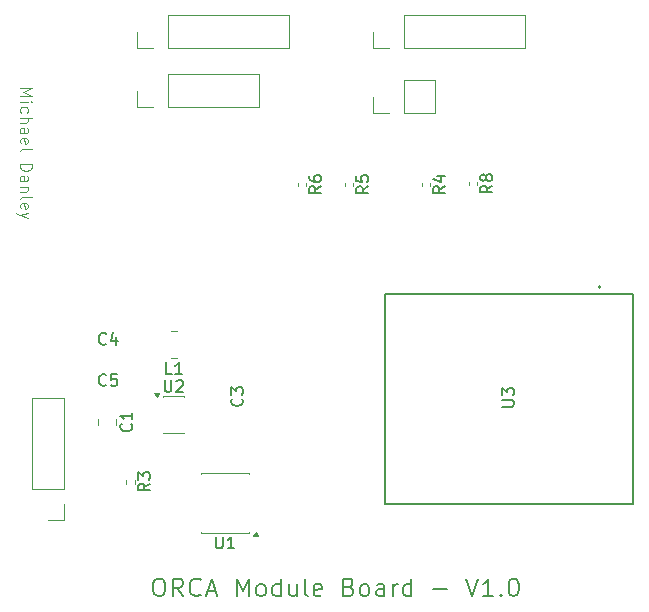
<source format=gbr>
%TF.GenerationSoftware,KiCad,Pcbnew,9.0.5*%
%TF.CreationDate,2025-10-11T13:35:54-04:00*%
%TF.ProjectId,EGR 101,45475220-3130-4312-9e6b-696361645f70,rev?*%
%TF.SameCoordinates,Original*%
%TF.FileFunction,Legend,Top*%
%TF.FilePolarity,Positive*%
%FSLAX46Y46*%
G04 Gerber Fmt 4.6, Leading zero omitted, Abs format (unit mm)*
G04 Created by KiCad (PCBNEW 9.0.5) date 2025-10-11 13:35:54*
%MOMM*%
%LPD*%
G01*
G04 APERTURE LIST*
%ADD10C,0.100000*%
%ADD11C,0.200000*%
%ADD12C,0.150000*%
%ADD13C,0.127000*%
%ADD14C,0.120000*%
G04 APERTURE END LIST*
D10*
X154127580Y-61303884D02*
X155127580Y-61303884D01*
X155127580Y-61303884D02*
X154413295Y-61637217D01*
X154413295Y-61637217D02*
X155127580Y-61970550D01*
X155127580Y-61970550D02*
X154127580Y-61970550D01*
X154127580Y-62446741D02*
X154794247Y-62446741D01*
X155127580Y-62446741D02*
X155079961Y-62399122D01*
X155079961Y-62399122D02*
X155032342Y-62446741D01*
X155032342Y-62446741D02*
X155079961Y-62494360D01*
X155079961Y-62494360D02*
X155127580Y-62446741D01*
X155127580Y-62446741D02*
X155032342Y-62446741D01*
X154175200Y-63351502D02*
X154127580Y-63256264D01*
X154127580Y-63256264D02*
X154127580Y-63065788D01*
X154127580Y-63065788D02*
X154175200Y-62970550D01*
X154175200Y-62970550D02*
X154222819Y-62922931D01*
X154222819Y-62922931D02*
X154318057Y-62875312D01*
X154318057Y-62875312D02*
X154603771Y-62875312D01*
X154603771Y-62875312D02*
X154699009Y-62922931D01*
X154699009Y-62922931D02*
X154746628Y-62970550D01*
X154746628Y-62970550D02*
X154794247Y-63065788D01*
X154794247Y-63065788D02*
X154794247Y-63256264D01*
X154794247Y-63256264D02*
X154746628Y-63351502D01*
X154127580Y-63780074D02*
X155127580Y-63780074D01*
X154127580Y-64208645D02*
X154651390Y-64208645D01*
X154651390Y-64208645D02*
X154746628Y-64161026D01*
X154746628Y-64161026D02*
X154794247Y-64065788D01*
X154794247Y-64065788D02*
X154794247Y-63922931D01*
X154794247Y-63922931D02*
X154746628Y-63827693D01*
X154746628Y-63827693D02*
X154699009Y-63780074D01*
X154127580Y-65113407D02*
X154651390Y-65113407D01*
X154651390Y-65113407D02*
X154746628Y-65065788D01*
X154746628Y-65065788D02*
X154794247Y-64970550D01*
X154794247Y-64970550D02*
X154794247Y-64780074D01*
X154794247Y-64780074D02*
X154746628Y-64684836D01*
X154175200Y-65113407D02*
X154127580Y-65018169D01*
X154127580Y-65018169D02*
X154127580Y-64780074D01*
X154127580Y-64780074D02*
X154175200Y-64684836D01*
X154175200Y-64684836D02*
X154270438Y-64637217D01*
X154270438Y-64637217D02*
X154365676Y-64637217D01*
X154365676Y-64637217D02*
X154460914Y-64684836D01*
X154460914Y-64684836D02*
X154508533Y-64780074D01*
X154508533Y-64780074D02*
X154508533Y-65018169D01*
X154508533Y-65018169D02*
X154556152Y-65113407D01*
X154175200Y-65970550D02*
X154127580Y-65875312D01*
X154127580Y-65875312D02*
X154127580Y-65684836D01*
X154127580Y-65684836D02*
X154175200Y-65589598D01*
X154175200Y-65589598D02*
X154270438Y-65541979D01*
X154270438Y-65541979D02*
X154651390Y-65541979D01*
X154651390Y-65541979D02*
X154746628Y-65589598D01*
X154746628Y-65589598D02*
X154794247Y-65684836D01*
X154794247Y-65684836D02*
X154794247Y-65875312D01*
X154794247Y-65875312D02*
X154746628Y-65970550D01*
X154746628Y-65970550D02*
X154651390Y-66018169D01*
X154651390Y-66018169D02*
X154556152Y-66018169D01*
X154556152Y-66018169D02*
X154460914Y-65541979D01*
X154127580Y-66589598D02*
X154175200Y-66494360D01*
X154175200Y-66494360D02*
X154270438Y-66446741D01*
X154270438Y-66446741D02*
X155127580Y-66446741D01*
X154127580Y-67732456D02*
X155127580Y-67732456D01*
X155127580Y-67732456D02*
X155127580Y-67970551D01*
X155127580Y-67970551D02*
X155079961Y-68113408D01*
X155079961Y-68113408D02*
X154984723Y-68208646D01*
X154984723Y-68208646D02*
X154889485Y-68256265D01*
X154889485Y-68256265D02*
X154699009Y-68303884D01*
X154699009Y-68303884D02*
X154556152Y-68303884D01*
X154556152Y-68303884D02*
X154365676Y-68256265D01*
X154365676Y-68256265D02*
X154270438Y-68208646D01*
X154270438Y-68208646D02*
X154175200Y-68113408D01*
X154175200Y-68113408D02*
X154127580Y-67970551D01*
X154127580Y-67970551D02*
X154127580Y-67732456D01*
X154127580Y-69161027D02*
X154651390Y-69161027D01*
X154651390Y-69161027D02*
X154746628Y-69113408D01*
X154746628Y-69113408D02*
X154794247Y-69018170D01*
X154794247Y-69018170D02*
X154794247Y-68827694D01*
X154794247Y-68827694D02*
X154746628Y-68732456D01*
X154175200Y-69161027D02*
X154127580Y-69065789D01*
X154127580Y-69065789D02*
X154127580Y-68827694D01*
X154127580Y-68827694D02*
X154175200Y-68732456D01*
X154175200Y-68732456D02*
X154270438Y-68684837D01*
X154270438Y-68684837D02*
X154365676Y-68684837D01*
X154365676Y-68684837D02*
X154460914Y-68732456D01*
X154460914Y-68732456D02*
X154508533Y-68827694D01*
X154508533Y-68827694D02*
X154508533Y-69065789D01*
X154508533Y-69065789D02*
X154556152Y-69161027D01*
X154794247Y-69637218D02*
X154127580Y-69637218D01*
X154699009Y-69637218D02*
X154746628Y-69684837D01*
X154746628Y-69684837D02*
X154794247Y-69780075D01*
X154794247Y-69780075D02*
X154794247Y-69922932D01*
X154794247Y-69922932D02*
X154746628Y-70018170D01*
X154746628Y-70018170D02*
X154651390Y-70065789D01*
X154651390Y-70065789D02*
X154127580Y-70065789D01*
X154127580Y-70684837D02*
X154175200Y-70589599D01*
X154175200Y-70589599D02*
X154270438Y-70541980D01*
X154270438Y-70541980D02*
X155127580Y-70541980D01*
X154175200Y-71446742D02*
X154127580Y-71351504D01*
X154127580Y-71351504D02*
X154127580Y-71161028D01*
X154127580Y-71161028D02*
X154175200Y-71065790D01*
X154175200Y-71065790D02*
X154270438Y-71018171D01*
X154270438Y-71018171D02*
X154651390Y-71018171D01*
X154651390Y-71018171D02*
X154746628Y-71065790D01*
X154746628Y-71065790D02*
X154794247Y-71161028D01*
X154794247Y-71161028D02*
X154794247Y-71351504D01*
X154794247Y-71351504D02*
X154746628Y-71446742D01*
X154746628Y-71446742D02*
X154651390Y-71494361D01*
X154651390Y-71494361D02*
X154556152Y-71494361D01*
X154556152Y-71494361D02*
X154460914Y-71018171D01*
X154794247Y-71827695D02*
X154127580Y-72065790D01*
X154794247Y-72303885D02*
X154127580Y-72065790D01*
X154127580Y-72065790D02*
X153889485Y-71970552D01*
X153889485Y-71970552D02*
X153841866Y-71922933D01*
X153841866Y-71922933D02*
X153794247Y-71827695D01*
D11*
X165774435Y-102806028D02*
X166060149Y-102806028D01*
X166060149Y-102806028D02*
X166203006Y-102877457D01*
X166203006Y-102877457D02*
X166345863Y-103020314D01*
X166345863Y-103020314D02*
X166417292Y-103306028D01*
X166417292Y-103306028D02*
X166417292Y-103806028D01*
X166417292Y-103806028D02*
X166345863Y-104091742D01*
X166345863Y-104091742D02*
X166203006Y-104234600D01*
X166203006Y-104234600D02*
X166060149Y-104306028D01*
X166060149Y-104306028D02*
X165774435Y-104306028D01*
X165774435Y-104306028D02*
X165631578Y-104234600D01*
X165631578Y-104234600D02*
X165488720Y-104091742D01*
X165488720Y-104091742D02*
X165417292Y-103806028D01*
X165417292Y-103806028D02*
X165417292Y-103306028D01*
X165417292Y-103306028D02*
X165488720Y-103020314D01*
X165488720Y-103020314D02*
X165631578Y-102877457D01*
X165631578Y-102877457D02*
X165774435Y-102806028D01*
X167917292Y-104306028D02*
X167417292Y-103591742D01*
X167060149Y-104306028D02*
X167060149Y-102806028D01*
X167060149Y-102806028D02*
X167631578Y-102806028D01*
X167631578Y-102806028D02*
X167774435Y-102877457D01*
X167774435Y-102877457D02*
X167845864Y-102948885D01*
X167845864Y-102948885D02*
X167917292Y-103091742D01*
X167917292Y-103091742D02*
X167917292Y-103306028D01*
X167917292Y-103306028D02*
X167845864Y-103448885D01*
X167845864Y-103448885D02*
X167774435Y-103520314D01*
X167774435Y-103520314D02*
X167631578Y-103591742D01*
X167631578Y-103591742D02*
X167060149Y-103591742D01*
X169417292Y-104163171D02*
X169345864Y-104234600D01*
X169345864Y-104234600D02*
X169131578Y-104306028D01*
X169131578Y-104306028D02*
X168988721Y-104306028D01*
X168988721Y-104306028D02*
X168774435Y-104234600D01*
X168774435Y-104234600D02*
X168631578Y-104091742D01*
X168631578Y-104091742D02*
X168560149Y-103948885D01*
X168560149Y-103948885D02*
X168488721Y-103663171D01*
X168488721Y-103663171D02*
X168488721Y-103448885D01*
X168488721Y-103448885D02*
X168560149Y-103163171D01*
X168560149Y-103163171D02*
X168631578Y-103020314D01*
X168631578Y-103020314D02*
X168774435Y-102877457D01*
X168774435Y-102877457D02*
X168988721Y-102806028D01*
X168988721Y-102806028D02*
X169131578Y-102806028D01*
X169131578Y-102806028D02*
X169345864Y-102877457D01*
X169345864Y-102877457D02*
X169417292Y-102948885D01*
X169988721Y-103877457D02*
X170703007Y-103877457D01*
X169845864Y-104306028D02*
X170345864Y-102806028D01*
X170345864Y-102806028D02*
X170845864Y-104306028D01*
X172488720Y-104306028D02*
X172488720Y-102806028D01*
X172488720Y-102806028D02*
X172988720Y-103877457D01*
X172988720Y-103877457D02*
X173488720Y-102806028D01*
X173488720Y-102806028D02*
X173488720Y-104306028D01*
X174417292Y-104306028D02*
X174274435Y-104234600D01*
X174274435Y-104234600D02*
X174203006Y-104163171D01*
X174203006Y-104163171D02*
X174131578Y-104020314D01*
X174131578Y-104020314D02*
X174131578Y-103591742D01*
X174131578Y-103591742D02*
X174203006Y-103448885D01*
X174203006Y-103448885D02*
X174274435Y-103377457D01*
X174274435Y-103377457D02*
X174417292Y-103306028D01*
X174417292Y-103306028D02*
X174631578Y-103306028D01*
X174631578Y-103306028D02*
X174774435Y-103377457D01*
X174774435Y-103377457D02*
X174845864Y-103448885D01*
X174845864Y-103448885D02*
X174917292Y-103591742D01*
X174917292Y-103591742D02*
X174917292Y-104020314D01*
X174917292Y-104020314D02*
X174845864Y-104163171D01*
X174845864Y-104163171D02*
X174774435Y-104234600D01*
X174774435Y-104234600D02*
X174631578Y-104306028D01*
X174631578Y-104306028D02*
X174417292Y-104306028D01*
X176203007Y-104306028D02*
X176203007Y-102806028D01*
X176203007Y-104234600D02*
X176060149Y-104306028D01*
X176060149Y-104306028D02*
X175774435Y-104306028D01*
X175774435Y-104306028D02*
X175631578Y-104234600D01*
X175631578Y-104234600D02*
X175560149Y-104163171D01*
X175560149Y-104163171D02*
X175488721Y-104020314D01*
X175488721Y-104020314D02*
X175488721Y-103591742D01*
X175488721Y-103591742D02*
X175560149Y-103448885D01*
X175560149Y-103448885D02*
X175631578Y-103377457D01*
X175631578Y-103377457D02*
X175774435Y-103306028D01*
X175774435Y-103306028D02*
X176060149Y-103306028D01*
X176060149Y-103306028D02*
X176203007Y-103377457D01*
X177560150Y-103306028D02*
X177560150Y-104306028D01*
X176917292Y-103306028D02*
X176917292Y-104091742D01*
X176917292Y-104091742D02*
X176988721Y-104234600D01*
X176988721Y-104234600D02*
X177131578Y-104306028D01*
X177131578Y-104306028D02*
X177345864Y-104306028D01*
X177345864Y-104306028D02*
X177488721Y-104234600D01*
X177488721Y-104234600D02*
X177560150Y-104163171D01*
X178488721Y-104306028D02*
X178345864Y-104234600D01*
X178345864Y-104234600D02*
X178274435Y-104091742D01*
X178274435Y-104091742D02*
X178274435Y-102806028D01*
X179631578Y-104234600D02*
X179488721Y-104306028D01*
X179488721Y-104306028D02*
X179203007Y-104306028D01*
X179203007Y-104306028D02*
X179060149Y-104234600D01*
X179060149Y-104234600D02*
X178988721Y-104091742D01*
X178988721Y-104091742D02*
X178988721Y-103520314D01*
X178988721Y-103520314D02*
X179060149Y-103377457D01*
X179060149Y-103377457D02*
X179203007Y-103306028D01*
X179203007Y-103306028D02*
X179488721Y-103306028D01*
X179488721Y-103306028D02*
X179631578Y-103377457D01*
X179631578Y-103377457D02*
X179703007Y-103520314D01*
X179703007Y-103520314D02*
X179703007Y-103663171D01*
X179703007Y-103663171D02*
X178988721Y-103806028D01*
X181988720Y-103520314D02*
X182203006Y-103591742D01*
X182203006Y-103591742D02*
X182274435Y-103663171D01*
X182274435Y-103663171D02*
X182345863Y-103806028D01*
X182345863Y-103806028D02*
X182345863Y-104020314D01*
X182345863Y-104020314D02*
X182274435Y-104163171D01*
X182274435Y-104163171D02*
X182203006Y-104234600D01*
X182203006Y-104234600D02*
X182060149Y-104306028D01*
X182060149Y-104306028D02*
X181488720Y-104306028D01*
X181488720Y-104306028D02*
X181488720Y-102806028D01*
X181488720Y-102806028D02*
X181988720Y-102806028D01*
X181988720Y-102806028D02*
X182131578Y-102877457D01*
X182131578Y-102877457D02*
X182203006Y-102948885D01*
X182203006Y-102948885D02*
X182274435Y-103091742D01*
X182274435Y-103091742D02*
X182274435Y-103234600D01*
X182274435Y-103234600D02*
X182203006Y-103377457D01*
X182203006Y-103377457D02*
X182131578Y-103448885D01*
X182131578Y-103448885D02*
X181988720Y-103520314D01*
X181988720Y-103520314D02*
X181488720Y-103520314D01*
X183203006Y-104306028D02*
X183060149Y-104234600D01*
X183060149Y-104234600D02*
X182988720Y-104163171D01*
X182988720Y-104163171D02*
X182917292Y-104020314D01*
X182917292Y-104020314D02*
X182917292Y-103591742D01*
X182917292Y-103591742D02*
X182988720Y-103448885D01*
X182988720Y-103448885D02*
X183060149Y-103377457D01*
X183060149Y-103377457D02*
X183203006Y-103306028D01*
X183203006Y-103306028D02*
X183417292Y-103306028D01*
X183417292Y-103306028D02*
X183560149Y-103377457D01*
X183560149Y-103377457D02*
X183631578Y-103448885D01*
X183631578Y-103448885D02*
X183703006Y-103591742D01*
X183703006Y-103591742D02*
X183703006Y-104020314D01*
X183703006Y-104020314D02*
X183631578Y-104163171D01*
X183631578Y-104163171D02*
X183560149Y-104234600D01*
X183560149Y-104234600D02*
X183417292Y-104306028D01*
X183417292Y-104306028D02*
X183203006Y-104306028D01*
X184988721Y-104306028D02*
X184988721Y-103520314D01*
X184988721Y-103520314D02*
X184917292Y-103377457D01*
X184917292Y-103377457D02*
X184774435Y-103306028D01*
X184774435Y-103306028D02*
X184488721Y-103306028D01*
X184488721Y-103306028D02*
X184345863Y-103377457D01*
X184988721Y-104234600D02*
X184845863Y-104306028D01*
X184845863Y-104306028D02*
X184488721Y-104306028D01*
X184488721Y-104306028D02*
X184345863Y-104234600D01*
X184345863Y-104234600D02*
X184274435Y-104091742D01*
X184274435Y-104091742D02*
X184274435Y-103948885D01*
X184274435Y-103948885D02*
X184345863Y-103806028D01*
X184345863Y-103806028D02*
X184488721Y-103734600D01*
X184488721Y-103734600D02*
X184845863Y-103734600D01*
X184845863Y-103734600D02*
X184988721Y-103663171D01*
X185703006Y-104306028D02*
X185703006Y-103306028D01*
X185703006Y-103591742D02*
X185774435Y-103448885D01*
X185774435Y-103448885D02*
X185845864Y-103377457D01*
X185845864Y-103377457D02*
X185988721Y-103306028D01*
X185988721Y-103306028D02*
X186131578Y-103306028D01*
X187274435Y-104306028D02*
X187274435Y-102806028D01*
X187274435Y-104234600D02*
X187131577Y-104306028D01*
X187131577Y-104306028D02*
X186845863Y-104306028D01*
X186845863Y-104306028D02*
X186703006Y-104234600D01*
X186703006Y-104234600D02*
X186631577Y-104163171D01*
X186631577Y-104163171D02*
X186560149Y-104020314D01*
X186560149Y-104020314D02*
X186560149Y-103591742D01*
X186560149Y-103591742D02*
X186631577Y-103448885D01*
X186631577Y-103448885D02*
X186703006Y-103377457D01*
X186703006Y-103377457D02*
X186845863Y-103306028D01*
X186845863Y-103306028D02*
X187131577Y-103306028D01*
X187131577Y-103306028D02*
X187274435Y-103377457D01*
X189131577Y-103734600D02*
X190274435Y-103734600D01*
X191917292Y-102806028D02*
X192417292Y-104306028D01*
X192417292Y-104306028D02*
X192917292Y-102806028D01*
X194203006Y-104306028D02*
X193345863Y-104306028D01*
X193774434Y-104306028D02*
X193774434Y-102806028D01*
X193774434Y-102806028D02*
X193631577Y-103020314D01*
X193631577Y-103020314D02*
X193488720Y-103163171D01*
X193488720Y-103163171D02*
X193345863Y-103234600D01*
X194845862Y-104163171D02*
X194917291Y-104234600D01*
X194917291Y-104234600D02*
X194845862Y-104306028D01*
X194845862Y-104306028D02*
X194774434Y-104234600D01*
X194774434Y-104234600D02*
X194845862Y-104163171D01*
X194845862Y-104163171D02*
X194845862Y-104306028D01*
X195845863Y-102806028D02*
X195988720Y-102806028D01*
X195988720Y-102806028D02*
X196131577Y-102877457D01*
X196131577Y-102877457D02*
X196203006Y-102948885D01*
X196203006Y-102948885D02*
X196274434Y-103091742D01*
X196274434Y-103091742D02*
X196345863Y-103377457D01*
X196345863Y-103377457D02*
X196345863Y-103734600D01*
X196345863Y-103734600D02*
X196274434Y-104020314D01*
X196274434Y-104020314D02*
X196203006Y-104163171D01*
X196203006Y-104163171D02*
X196131577Y-104234600D01*
X196131577Y-104234600D02*
X195988720Y-104306028D01*
X195988720Y-104306028D02*
X195845863Y-104306028D01*
X195845863Y-104306028D02*
X195703006Y-104234600D01*
X195703006Y-104234600D02*
X195631577Y-104163171D01*
X195631577Y-104163171D02*
X195560148Y-104020314D01*
X195560148Y-104020314D02*
X195488720Y-103734600D01*
X195488720Y-103734600D02*
X195488720Y-103377457D01*
X195488720Y-103377457D02*
X195560148Y-103091742D01*
X195560148Y-103091742D02*
X195631577Y-102948885D01*
X195631577Y-102948885D02*
X195703006Y-102877457D01*
X195703006Y-102877457D02*
X195845863Y-102806028D01*
D12*
X194954819Y-88261904D02*
X195764342Y-88261904D01*
X195764342Y-88261904D02*
X195859580Y-88214285D01*
X195859580Y-88214285D02*
X195907200Y-88166666D01*
X195907200Y-88166666D02*
X195954819Y-88071428D01*
X195954819Y-88071428D02*
X195954819Y-87880952D01*
X195954819Y-87880952D02*
X195907200Y-87785714D01*
X195907200Y-87785714D02*
X195859580Y-87738095D01*
X195859580Y-87738095D02*
X195764342Y-87690476D01*
X195764342Y-87690476D02*
X194954819Y-87690476D01*
X194954819Y-87309523D02*
X194954819Y-86690476D01*
X194954819Y-86690476D02*
X195335771Y-87023809D01*
X195335771Y-87023809D02*
X195335771Y-86880952D01*
X195335771Y-86880952D02*
X195383390Y-86785714D01*
X195383390Y-86785714D02*
X195431009Y-86738095D01*
X195431009Y-86738095D02*
X195526247Y-86690476D01*
X195526247Y-86690476D02*
X195764342Y-86690476D01*
X195764342Y-86690476D02*
X195859580Y-86738095D01*
X195859580Y-86738095D02*
X195907200Y-86785714D01*
X195907200Y-86785714D02*
X195954819Y-86880952D01*
X195954819Y-86880952D02*
X195954819Y-87166666D01*
X195954819Y-87166666D02*
X195907200Y-87261904D01*
X195907200Y-87261904D02*
X195859580Y-87309523D01*
X165124819Y-94764166D02*
X164648628Y-95097499D01*
X165124819Y-95335594D02*
X164124819Y-95335594D01*
X164124819Y-95335594D02*
X164124819Y-94954642D01*
X164124819Y-94954642D02*
X164172438Y-94859404D01*
X164172438Y-94859404D02*
X164220057Y-94811785D01*
X164220057Y-94811785D02*
X164315295Y-94764166D01*
X164315295Y-94764166D02*
X164458152Y-94764166D01*
X164458152Y-94764166D02*
X164553390Y-94811785D01*
X164553390Y-94811785D02*
X164601009Y-94859404D01*
X164601009Y-94859404D02*
X164648628Y-94954642D01*
X164648628Y-94954642D02*
X164648628Y-95335594D01*
X164124819Y-94430832D02*
X164124819Y-93811785D01*
X164124819Y-93811785D02*
X164505771Y-94145118D01*
X164505771Y-94145118D02*
X164505771Y-94002261D01*
X164505771Y-94002261D02*
X164553390Y-93907023D01*
X164553390Y-93907023D02*
X164601009Y-93859404D01*
X164601009Y-93859404D02*
X164696247Y-93811785D01*
X164696247Y-93811785D02*
X164934342Y-93811785D01*
X164934342Y-93811785D02*
X165029580Y-93859404D01*
X165029580Y-93859404D02*
X165077200Y-93907023D01*
X165077200Y-93907023D02*
X165124819Y-94002261D01*
X165124819Y-94002261D02*
X165124819Y-94287975D01*
X165124819Y-94287975D02*
X165077200Y-94383213D01*
X165077200Y-94383213D02*
X165029580Y-94430832D01*
X170713095Y-99259819D02*
X170713095Y-100069342D01*
X170713095Y-100069342D02*
X170760714Y-100164580D01*
X170760714Y-100164580D02*
X170808333Y-100212200D01*
X170808333Y-100212200D02*
X170903571Y-100259819D01*
X170903571Y-100259819D02*
X171094047Y-100259819D01*
X171094047Y-100259819D02*
X171189285Y-100212200D01*
X171189285Y-100212200D02*
X171236904Y-100164580D01*
X171236904Y-100164580D02*
X171284523Y-100069342D01*
X171284523Y-100069342D02*
X171284523Y-99259819D01*
X172284523Y-100259819D02*
X171713095Y-100259819D01*
X171998809Y-100259819D02*
X171998809Y-99259819D01*
X171998809Y-99259819D02*
X171903571Y-99402676D01*
X171903571Y-99402676D02*
X171808333Y-99497914D01*
X171808333Y-99497914D02*
X171713095Y-99545533D01*
X161425833Y-82909580D02*
X161378214Y-82957200D01*
X161378214Y-82957200D02*
X161235357Y-83004819D01*
X161235357Y-83004819D02*
X161140119Y-83004819D01*
X161140119Y-83004819D02*
X160997262Y-82957200D01*
X160997262Y-82957200D02*
X160902024Y-82861961D01*
X160902024Y-82861961D02*
X160854405Y-82766723D01*
X160854405Y-82766723D02*
X160806786Y-82576247D01*
X160806786Y-82576247D02*
X160806786Y-82433390D01*
X160806786Y-82433390D02*
X160854405Y-82242914D01*
X160854405Y-82242914D02*
X160902024Y-82147676D01*
X160902024Y-82147676D02*
X160997262Y-82052438D01*
X160997262Y-82052438D02*
X161140119Y-82004819D01*
X161140119Y-82004819D02*
X161235357Y-82004819D01*
X161235357Y-82004819D02*
X161378214Y-82052438D01*
X161378214Y-82052438D02*
X161425833Y-82100057D01*
X162282976Y-82338152D02*
X162282976Y-83004819D01*
X162044881Y-81957200D02*
X161806786Y-82671485D01*
X161806786Y-82671485D02*
X162425833Y-82671485D01*
X161425833Y-86409580D02*
X161378214Y-86457200D01*
X161378214Y-86457200D02*
X161235357Y-86504819D01*
X161235357Y-86504819D02*
X161140119Y-86504819D01*
X161140119Y-86504819D02*
X160997262Y-86457200D01*
X160997262Y-86457200D02*
X160902024Y-86361961D01*
X160902024Y-86361961D02*
X160854405Y-86266723D01*
X160854405Y-86266723D02*
X160806786Y-86076247D01*
X160806786Y-86076247D02*
X160806786Y-85933390D01*
X160806786Y-85933390D02*
X160854405Y-85742914D01*
X160854405Y-85742914D02*
X160902024Y-85647676D01*
X160902024Y-85647676D02*
X160997262Y-85552438D01*
X160997262Y-85552438D02*
X161140119Y-85504819D01*
X161140119Y-85504819D02*
X161235357Y-85504819D01*
X161235357Y-85504819D02*
X161378214Y-85552438D01*
X161378214Y-85552438D02*
X161425833Y-85600057D01*
X162330595Y-85504819D02*
X161854405Y-85504819D01*
X161854405Y-85504819D02*
X161806786Y-85981009D01*
X161806786Y-85981009D02*
X161854405Y-85933390D01*
X161854405Y-85933390D02*
X161949643Y-85885771D01*
X161949643Y-85885771D02*
X162187738Y-85885771D01*
X162187738Y-85885771D02*
X162282976Y-85933390D01*
X162282976Y-85933390D02*
X162330595Y-85981009D01*
X162330595Y-85981009D02*
X162378214Y-86076247D01*
X162378214Y-86076247D02*
X162378214Y-86314342D01*
X162378214Y-86314342D02*
X162330595Y-86409580D01*
X162330595Y-86409580D02*
X162282976Y-86457200D01*
X162282976Y-86457200D02*
X162187738Y-86504819D01*
X162187738Y-86504819D02*
X161949643Y-86504819D01*
X161949643Y-86504819D02*
X161854405Y-86457200D01*
X161854405Y-86457200D02*
X161806786Y-86409580D01*
X166375595Y-86004819D02*
X166375595Y-86814342D01*
X166375595Y-86814342D02*
X166423214Y-86909580D01*
X166423214Y-86909580D02*
X166470833Y-86957200D01*
X166470833Y-86957200D02*
X166566071Y-87004819D01*
X166566071Y-87004819D02*
X166756547Y-87004819D01*
X166756547Y-87004819D02*
X166851785Y-86957200D01*
X166851785Y-86957200D02*
X166899404Y-86909580D01*
X166899404Y-86909580D02*
X166947023Y-86814342D01*
X166947023Y-86814342D02*
X166947023Y-86004819D01*
X167375595Y-86100057D02*
X167423214Y-86052438D01*
X167423214Y-86052438D02*
X167518452Y-86004819D01*
X167518452Y-86004819D02*
X167756547Y-86004819D01*
X167756547Y-86004819D02*
X167851785Y-86052438D01*
X167851785Y-86052438D02*
X167899404Y-86100057D01*
X167899404Y-86100057D02*
X167947023Y-86195295D01*
X167947023Y-86195295D02*
X167947023Y-86290533D01*
X167947023Y-86290533D02*
X167899404Y-86433390D01*
X167899404Y-86433390D02*
X167327976Y-87004819D01*
X167327976Y-87004819D02*
X167947023Y-87004819D01*
X194114819Y-69531666D02*
X193638628Y-69864999D01*
X194114819Y-70103094D02*
X193114819Y-70103094D01*
X193114819Y-70103094D02*
X193114819Y-69722142D01*
X193114819Y-69722142D02*
X193162438Y-69626904D01*
X193162438Y-69626904D02*
X193210057Y-69579285D01*
X193210057Y-69579285D02*
X193305295Y-69531666D01*
X193305295Y-69531666D02*
X193448152Y-69531666D01*
X193448152Y-69531666D02*
X193543390Y-69579285D01*
X193543390Y-69579285D02*
X193591009Y-69626904D01*
X193591009Y-69626904D02*
X193638628Y-69722142D01*
X193638628Y-69722142D02*
X193638628Y-70103094D01*
X193543390Y-68960237D02*
X193495771Y-69055475D01*
X193495771Y-69055475D02*
X193448152Y-69103094D01*
X193448152Y-69103094D02*
X193352914Y-69150713D01*
X193352914Y-69150713D02*
X193305295Y-69150713D01*
X193305295Y-69150713D02*
X193210057Y-69103094D01*
X193210057Y-69103094D02*
X193162438Y-69055475D01*
X193162438Y-69055475D02*
X193114819Y-68960237D01*
X193114819Y-68960237D02*
X193114819Y-68769761D01*
X193114819Y-68769761D02*
X193162438Y-68674523D01*
X193162438Y-68674523D02*
X193210057Y-68626904D01*
X193210057Y-68626904D02*
X193305295Y-68579285D01*
X193305295Y-68579285D02*
X193352914Y-68579285D01*
X193352914Y-68579285D02*
X193448152Y-68626904D01*
X193448152Y-68626904D02*
X193495771Y-68674523D01*
X193495771Y-68674523D02*
X193543390Y-68769761D01*
X193543390Y-68769761D02*
X193543390Y-68960237D01*
X193543390Y-68960237D02*
X193591009Y-69055475D01*
X193591009Y-69055475D02*
X193638628Y-69103094D01*
X193638628Y-69103094D02*
X193733866Y-69150713D01*
X193733866Y-69150713D02*
X193924342Y-69150713D01*
X193924342Y-69150713D02*
X194019580Y-69103094D01*
X194019580Y-69103094D02*
X194067200Y-69055475D01*
X194067200Y-69055475D02*
X194114819Y-68960237D01*
X194114819Y-68960237D02*
X194114819Y-68769761D01*
X194114819Y-68769761D02*
X194067200Y-68674523D01*
X194067200Y-68674523D02*
X194019580Y-68626904D01*
X194019580Y-68626904D02*
X193924342Y-68579285D01*
X193924342Y-68579285D02*
X193733866Y-68579285D01*
X193733866Y-68579285D02*
X193638628Y-68626904D01*
X193638628Y-68626904D02*
X193591009Y-68674523D01*
X193591009Y-68674523D02*
X193543390Y-68769761D01*
X179614819Y-69599166D02*
X179138628Y-69932499D01*
X179614819Y-70170594D02*
X178614819Y-70170594D01*
X178614819Y-70170594D02*
X178614819Y-69789642D01*
X178614819Y-69789642D02*
X178662438Y-69694404D01*
X178662438Y-69694404D02*
X178710057Y-69646785D01*
X178710057Y-69646785D02*
X178805295Y-69599166D01*
X178805295Y-69599166D02*
X178948152Y-69599166D01*
X178948152Y-69599166D02*
X179043390Y-69646785D01*
X179043390Y-69646785D02*
X179091009Y-69694404D01*
X179091009Y-69694404D02*
X179138628Y-69789642D01*
X179138628Y-69789642D02*
X179138628Y-70170594D01*
X178614819Y-68742023D02*
X178614819Y-68932499D01*
X178614819Y-68932499D02*
X178662438Y-69027737D01*
X178662438Y-69027737D02*
X178710057Y-69075356D01*
X178710057Y-69075356D02*
X178852914Y-69170594D01*
X178852914Y-69170594D02*
X179043390Y-69218213D01*
X179043390Y-69218213D02*
X179424342Y-69218213D01*
X179424342Y-69218213D02*
X179519580Y-69170594D01*
X179519580Y-69170594D02*
X179567200Y-69122975D01*
X179567200Y-69122975D02*
X179614819Y-69027737D01*
X179614819Y-69027737D02*
X179614819Y-68837261D01*
X179614819Y-68837261D02*
X179567200Y-68742023D01*
X179567200Y-68742023D02*
X179519580Y-68694404D01*
X179519580Y-68694404D02*
X179424342Y-68646785D01*
X179424342Y-68646785D02*
X179186247Y-68646785D01*
X179186247Y-68646785D02*
X179091009Y-68694404D01*
X179091009Y-68694404D02*
X179043390Y-68742023D01*
X179043390Y-68742023D02*
X178995771Y-68837261D01*
X178995771Y-68837261D02*
X178995771Y-69027737D01*
X178995771Y-69027737D02*
X179043390Y-69122975D01*
X179043390Y-69122975D02*
X179091009Y-69170594D01*
X179091009Y-69170594D02*
X179186247Y-69218213D01*
X183614819Y-69599166D02*
X183138628Y-69932499D01*
X183614819Y-70170594D02*
X182614819Y-70170594D01*
X182614819Y-70170594D02*
X182614819Y-69789642D01*
X182614819Y-69789642D02*
X182662438Y-69694404D01*
X182662438Y-69694404D02*
X182710057Y-69646785D01*
X182710057Y-69646785D02*
X182805295Y-69599166D01*
X182805295Y-69599166D02*
X182948152Y-69599166D01*
X182948152Y-69599166D02*
X183043390Y-69646785D01*
X183043390Y-69646785D02*
X183091009Y-69694404D01*
X183091009Y-69694404D02*
X183138628Y-69789642D01*
X183138628Y-69789642D02*
X183138628Y-70170594D01*
X182614819Y-68694404D02*
X182614819Y-69170594D01*
X182614819Y-69170594D02*
X183091009Y-69218213D01*
X183091009Y-69218213D02*
X183043390Y-69170594D01*
X183043390Y-69170594D02*
X182995771Y-69075356D01*
X182995771Y-69075356D02*
X182995771Y-68837261D01*
X182995771Y-68837261D02*
X183043390Y-68742023D01*
X183043390Y-68742023D02*
X183091009Y-68694404D01*
X183091009Y-68694404D02*
X183186247Y-68646785D01*
X183186247Y-68646785D02*
X183424342Y-68646785D01*
X183424342Y-68646785D02*
X183519580Y-68694404D01*
X183519580Y-68694404D02*
X183567200Y-68742023D01*
X183567200Y-68742023D02*
X183614819Y-68837261D01*
X183614819Y-68837261D02*
X183614819Y-69075356D01*
X183614819Y-69075356D02*
X183567200Y-69170594D01*
X183567200Y-69170594D02*
X183519580Y-69218213D01*
X190114819Y-69599166D02*
X189638628Y-69932499D01*
X190114819Y-70170594D02*
X189114819Y-70170594D01*
X189114819Y-70170594D02*
X189114819Y-69789642D01*
X189114819Y-69789642D02*
X189162438Y-69694404D01*
X189162438Y-69694404D02*
X189210057Y-69646785D01*
X189210057Y-69646785D02*
X189305295Y-69599166D01*
X189305295Y-69599166D02*
X189448152Y-69599166D01*
X189448152Y-69599166D02*
X189543390Y-69646785D01*
X189543390Y-69646785D02*
X189591009Y-69694404D01*
X189591009Y-69694404D02*
X189638628Y-69789642D01*
X189638628Y-69789642D02*
X189638628Y-70170594D01*
X189448152Y-68742023D02*
X190114819Y-68742023D01*
X189067200Y-68980118D02*
X189781485Y-69218213D01*
X189781485Y-69218213D02*
X189781485Y-68599166D01*
X166995833Y-85504819D02*
X166519643Y-85504819D01*
X166519643Y-85504819D02*
X166519643Y-84504819D01*
X167852976Y-85504819D02*
X167281548Y-85504819D01*
X167567262Y-85504819D02*
X167567262Y-84504819D01*
X167567262Y-84504819D02*
X167472024Y-84647676D01*
X167472024Y-84647676D02*
X167376786Y-84742914D01*
X167376786Y-84742914D02*
X167281548Y-84790533D01*
X172909580Y-87574166D02*
X172957200Y-87621785D01*
X172957200Y-87621785D02*
X173004819Y-87764642D01*
X173004819Y-87764642D02*
X173004819Y-87859880D01*
X173004819Y-87859880D02*
X172957200Y-88002737D01*
X172957200Y-88002737D02*
X172861961Y-88097975D01*
X172861961Y-88097975D02*
X172766723Y-88145594D01*
X172766723Y-88145594D02*
X172576247Y-88193213D01*
X172576247Y-88193213D02*
X172433390Y-88193213D01*
X172433390Y-88193213D02*
X172242914Y-88145594D01*
X172242914Y-88145594D02*
X172147676Y-88097975D01*
X172147676Y-88097975D02*
X172052438Y-88002737D01*
X172052438Y-88002737D02*
X172004819Y-87859880D01*
X172004819Y-87859880D02*
X172004819Y-87764642D01*
X172004819Y-87764642D02*
X172052438Y-87621785D01*
X172052438Y-87621785D02*
X172100057Y-87574166D01*
X172004819Y-87240832D02*
X172004819Y-86621785D01*
X172004819Y-86621785D02*
X172385771Y-86955118D01*
X172385771Y-86955118D02*
X172385771Y-86812261D01*
X172385771Y-86812261D02*
X172433390Y-86717023D01*
X172433390Y-86717023D02*
X172481009Y-86669404D01*
X172481009Y-86669404D02*
X172576247Y-86621785D01*
X172576247Y-86621785D02*
X172814342Y-86621785D01*
X172814342Y-86621785D02*
X172909580Y-86669404D01*
X172909580Y-86669404D02*
X172957200Y-86717023D01*
X172957200Y-86717023D02*
X173004819Y-86812261D01*
X173004819Y-86812261D02*
X173004819Y-87097975D01*
X173004819Y-87097975D02*
X172957200Y-87193213D01*
X172957200Y-87193213D02*
X172909580Y-87240832D01*
X163539580Y-89704166D02*
X163587200Y-89751785D01*
X163587200Y-89751785D02*
X163634819Y-89894642D01*
X163634819Y-89894642D02*
X163634819Y-89989880D01*
X163634819Y-89989880D02*
X163587200Y-90132737D01*
X163587200Y-90132737D02*
X163491961Y-90227975D01*
X163491961Y-90227975D02*
X163396723Y-90275594D01*
X163396723Y-90275594D02*
X163206247Y-90323213D01*
X163206247Y-90323213D02*
X163063390Y-90323213D01*
X163063390Y-90323213D02*
X162872914Y-90275594D01*
X162872914Y-90275594D02*
X162777676Y-90227975D01*
X162777676Y-90227975D02*
X162682438Y-90132737D01*
X162682438Y-90132737D02*
X162634819Y-89989880D01*
X162634819Y-89989880D02*
X162634819Y-89894642D01*
X162634819Y-89894642D02*
X162682438Y-89751785D01*
X162682438Y-89751785D02*
X162730057Y-89704166D01*
X163634819Y-88751785D02*
X163634819Y-89323213D01*
X163634819Y-89037499D02*
X162634819Y-89037499D01*
X162634819Y-89037499D02*
X162777676Y-89132737D01*
X162777676Y-89132737D02*
X162872914Y-89227975D01*
X162872914Y-89227975D02*
X162920533Y-89323213D01*
D11*
%TO.C,U3*%
X203307000Y-78120000D02*
G75*
G02*
X203107000Y-78120000I-100000J0D01*
G01*
X203107000Y-78120000D02*
G75*
G02*
X203307000Y-78120000I100000J0D01*
G01*
D13*
X185046000Y-96510000D02*
X185046000Y-78730000D01*
X206001000Y-78730000D02*
X206001000Y-96510000D01*
X185046000Y-78730000D02*
X206001000Y-78730000D01*
X206001000Y-96510000D02*
X185046000Y-96510000D01*
D14*
%TO.C,R3*%
X163120000Y-94429879D02*
X163120000Y-94765121D01*
X163880000Y-94429879D02*
X163880000Y-94765121D01*
%TO.C,U1*%
X174315000Y-99205000D02*
X173835000Y-99205000D01*
X174075000Y-98875000D01*
X174315000Y-99205000D01*
G36*
X174315000Y-99205000D02*
G01*
X173835000Y-99205000D01*
X174075000Y-98875000D01*
X174315000Y-99205000D01*
G37*
X169415000Y-93845000D02*
X173535000Y-93845000D01*
X169415000Y-93940000D02*
X169415000Y-93845000D01*
X169415000Y-98965000D02*
X169415000Y-98870000D01*
X173535000Y-93845000D02*
X173535000Y-93940000D01*
X173535000Y-98870000D02*
X173535000Y-98965000D01*
X173535000Y-98965000D02*
X169415000Y-98965000D01*
%TO.C,J3*%
X186650000Y-55120000D02*
X196920000Y-55120000D01*
X196920000Y-57880000D02*
X196920000Y-55120000D01*
X186650000Y-57880000D02*
X186650000Y-55120000D01*
X186650000Y-57880000D02*
X196920000Y-57880000D01*
X185380000Y-57880000D02*
X184000000Y-57880000D01*
X184000000Y-57880000D02*
X184000000Y-56500000D01*
%TO.C,U2*%
X166227500Y-87390000D02*
X168047500Y-87390000D01*
X166227500Y-87440000D02*
X166227500Y-87390000D01*
X166227500Y-90510000D02*
X166227500Y-90460000D01*
X168047500Y-87390000D02*
X168047500Y-87440000D01*
X168047500Y-90460000D02*
X168047500Y-90510000D01*
X168047500Y-90510000D02*
X166227500Y-90510000D01*
X165687500Y-87440000D02*
X165447500Y-87110000D01*
X165927500Y-87110000D01*
X165687500Y-87440000D01*
G36*
X165687500Y-87440000D02*
G01*
X165447500Y-87110000D01*
X165927500Y-87110000D01*
X165687500Y-87440000D01*
G37*
%TO.C,R8*%
X192860000Y-69249165D02*
X192860000Y-69480835D01*
X192140000Y-69249165D02*
X192140000Y-69480835D01*
%TO.C,R6*%
X178360000Y-69316665D02*
X178360000Y-69548335D01*
X177640000Y-69316665D02*
X177640000Y-69548335D01*
%TO.C,R5*%
X182360000Y-69316665D02*
X182360000Y-69548335D01*
X181640000Y-69316665D02*
X181640000Y-69548335D01*
%TO.C,R4*%
X188860000Y-69316665D02*
X188860000Y-69548335D01*
X188140000Y-69316665D02*
X188140000Y-69548335D01*
%TO.C,L1*%
X167423752Y-84110000D02*
X166901248Y-84110000D01*
X167423752Y-81890000D02*
X166901248Y-81890000D01*
%TO.C,J5*%
X184000000Y-63380000D02*
X184000000Y-62000000D01*
X185380000Y-63380000D02*
X184000000Y-63380000D01*
X186650000Y-63380000D02*
X189300000Y-63380000D01*
X186650000Y-63380000D02*
X186650000Y-60620000D01*
X189300000Y-63380000D02*
X189300000Y-60620000D01*
X186650000Y-60620000D02*
X189300000Y-60620000D01*
%TO.C,J4*%
X164000000Y-62880000D02*
X164000000Y-61500000D01*
X165380000Y-62880000D02*
X164000000Y-62880000D01*
X166650000Y-62880000D02*
X174380000Y-62880000D01*
X166650000Y-62880000D02*
X166650000Y-60120000D01*
X174380000Y-62880000D02*
X174380000Y-60120000D01*
X166650000Y-60120000D02*
X174380000Y-60120000D01*
%TO.C,J2*%
X164000000Y-57880000D02*
X164000000Y-56500000D01*
X165380000Y-57880000D02*
X164000000Y-57880000D01*
X166650000Y-57880000D02*
X176920000Y-57880000D01*
X166650000Y-57880000D02*
X166650000Y-55120000D01*
X176920000Y-57880000D02*
X176920000Y-55120000D01*
X166650000Y-55120000D02*
X176920000Y-55120000D01*
%TO.C,J1*%
X157880000Y-97880000D02*
X156500000Y-97880000D01*
X157880000Y-96500000D02*
X157880000Y-97880000D01*
X157880000Y-95230000D02*
X157880000Y-87500000D01*
X157880000Y-95230000D02*
X155120000Y-95230000D01*
X157880000Y-87500000D02*
X155120000Y-87500000D01*
X155120000Y-95230000D02*
X155120000Y-87500000D01*
%TO.C,C1*%
X162235000Y-89276248D02*
X162235000Y-89798752D01*
X160765000Y-89276248D02*
X160765000Y-89798752D01*
%TD*%
M02*

</source>
